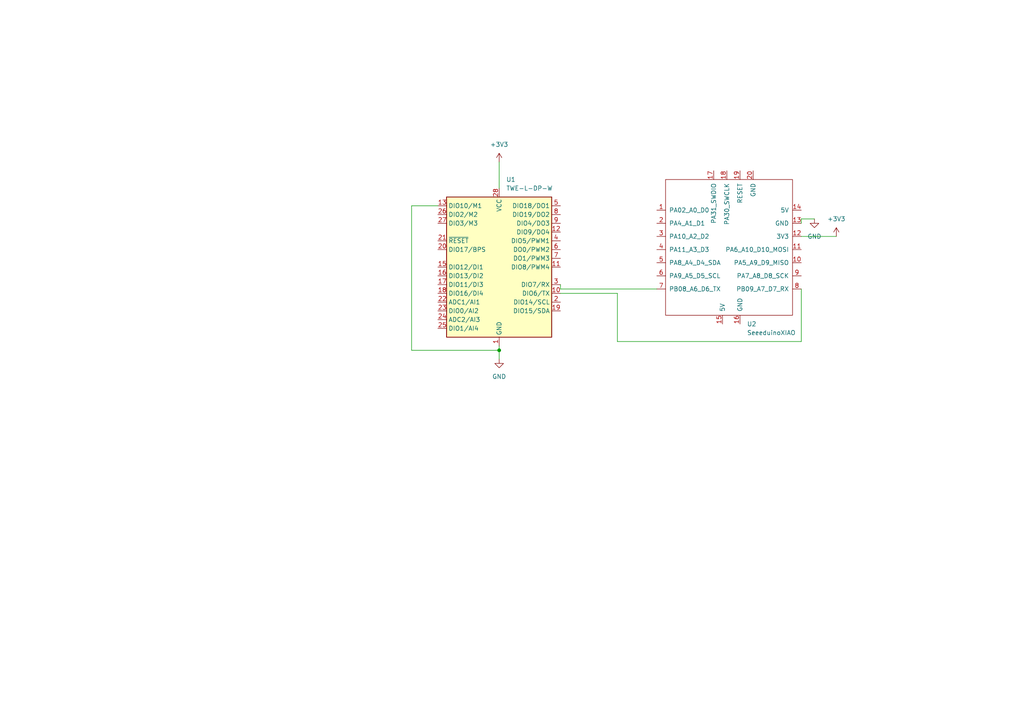
<source format=kicad_sch>
(kicad_sch (version 20211123) (generator eeschema)
  (paper "A4")
  (lib_symbols
    (symbol "RF_ZigBee:TWE-L-DP-W"
      (property "Reference" "U" (at -11.43 21.59 0))
      (property "Value" "TWE-L-DP-W" (at 7.62 21.59 0))
      (symbol "TWE-L-DP-W_1_0"
        (rectangle (start -15.24 -20.32) (end 15.24 20.32) (stroke (width 0.254)) (fill (type background)))
      )
      (symbol "TWE-L-DP-W_1_1"
        (pin power_in line (at 0 -22.86 90) (length 2.54) (name "GND") (number "1"))
        (pin bidirectional line (at 17.78 -7.62 180) (length 2.54) (name "DIO6/TX") (number "10"))
        (pin bidirectional line (at 17.78 0 180) (length 2.54) (name "DIO8/PWM4") (number "11"))
        (pin bidirectional line (at 17.78 10.16 180) (length 2.54) (name "DIO9/DO4") (number "12"))
        (pin bidirectional line (at -17.78 17.78 0) (length 2.54) (name "DIO10/M1") (number "13"))
        (pin passive line (at 0 -22.86 90) (length 2.54) hide (name "GND") (number "14"))
        (pin bidirectional line (at -17.78 0 0) (length 2.54) (name "DIO12/DI1") (number "15"))
        (pin bidirectional line (at -17.78 -2.54 0) (length 2.54) (name "DIO13/DI2") (number "16"))
        (pin bidirectional line (at -17.78 -5.08 0) (length 2.54) (name "DIO11/DI3") (number "17"))
        (pin bidirectional line (at -17.78 -7.62 0) (length 2.54) (name "DIO16/DI4") (number "18"))
        (pin bidirectional line (at 17.78 -12.7 180) (length 2.54) (name "DIO15/SDA") (number "19"))
        (pin bidirectional line (at 17.78 -10.16 180) (length 2.54) (name "DIO14/SCL") (number "2"))
        (pin bidirectional line (at -17.78 5.08 0) (length 2.54) (name "DIO17/BPS") (number "20"))
        (pin input line (at -17.78 7.62 0) (length 2.54) (name "~{RESET}") (number "21"))
        (pin input line (at -17.78 -10.16 0) (length 2.54) (name "ADC1/AI1") (number "22"))
        (pin bidirectional line (at -17.78 -12.7 0) (length 2.54) (name "DIO0/AI2") (number "23"))
        (pin input line (at -17.78 -15.24 0) (length 2.54) (name "ADC2/AI3") (number "24"))
        (pin bidirectional line (at -17.78 -17.78 0) (length 2.54) (name "DIO1/AI4") (number "25"))
        (pin bidirectional line (at -17.78 15.24 0) (length 2.54) (name "DIO2/M2") (number "26"))
        (pin bidirectional line (at -17.78 12.7 0) (length 2.54) (name "DIO3/M3") (number "27"))
        (pin power_in line (at 0 22.86 270) (length 2.54) (name "VCC") (number "28"))
        (pin bidirectional line (at 17.78 -5.08 180) (length 2.54) (name "DIO7/RX") (number "3"))
        (pin bidirectional line (at 17.78 7.62 180) (length 2.54) (name "DIO5/PWM1") (number "4"))
        (pin bidirectional line (at 17.78 17.78 180) (length 2.54) (name "DIO18/DO1") (number "5"))
        (pin output line (at 17.78 5.08 180) (length 2.54) (name "DO0/PWM2") (number "6"))
        (pin bidirectional line (at 17.78 2.54 180) (length 2.54) (name "DO1/PWM3") (number "7"))
        (pin bidirectional line (at 17.78 15.24 180) (length 2.54) (name "DIO19/DO2") (number "8"))
        (pin bidirectional line (at 17.78 12.7 180) (length 2.54) (name "DIO4/DO3") (number "9"))
      )
    )
    (symbol "Seeeduino-XIAO:SeeeduinoXIAO" (pin_names (offset 1.016))
      (property "Reference" "U" (at -19.05 22.86 0))
      (property "Value" "SeeeduinoXIAO" (at -12.7 21.59 0))
      (symbol "SeeeduinoXIAO_0_1"
        (rectangle (start -19.05 20.32) (end 17.78 -19.05))
      )
      (symbol "SeeeduinoXIAO_1_1"
        (pin unspecified line (at -21.59 11.43 0) (length 2.54) (name "PA02_A0_D0") (number "1"))
        (pin unspecified line (at 20.32 -3.81 180) (length 2.54) (name "PA5_A9_D9_MISO") (number "10"))
        (pin unspecified line (at 20.32 0 180) (length 2.54) (name "PA6_A10_D10_MOSI") (number "11"))
        (pin unspecified line (at 20.32 3.81 180) (length 2.54) (name "3V3") (number "12"))
        (pin unspecified line (at 20.32 7.62 180) (length 2.54) (name "GND") (number "13"))
        (pin unspecified line (at 20.32 11.43 180) (length 2.54) (name "5V") (number "14"))
        (pin input line (at -2.54 -21.59 90) (length 2.54) (name "5V") (number "15"))
        (pin input line (at 2.54 -21.59 90) (length 2.54) (name "GND") (number "16"))
        (pin input line (at -5.08 22.86 270) (length 2.54) (name "PA31_SWDIO") (number "17"))
        (pin input line (at -1.27 22.86 270) (length 2.54) (name "PA30_SWCLK") (number "18"))
        (pin input line (at 2.54 22.86 270) (length 2.54) (name "RESET") (number "19"))
        (pin unspecified line (at -21.59 7.62 0) (length 2.54) (name "PA4_A1_D1") (number "2"))
        (pin input line (at 6.35 22.86 270) (length 2.54) (name "GND") (number "20"))
        (pin unspecified line (at -21.59 3.81 0) (length 2.54) (name "PA10_A2_D2") (number "3"))
        (pin unspecified line (at -21.59 0 0) (length 2.54) (name "PA11_A3_D3") (number "4"))
        (pin unspecified line (at -21.59 -3.81 0) (length 2.54) (name "PA8_A4_D4_SDA") (number "5"))
        (pin unspecified line (at -21.59 -7.62 0) (length 2.54) (name "PA9_A5_D5_SCL") (number "6"))
        (pin unspecified line (at -21.59 -11.43 0) (length 2.54) (name "PB08_A6_D6_TX") (number "7"))
        (pin unspecified line (at 20.32 -11.43 180) (length 2.54) (name "PB09_A7_D7_RX") (number "8"))
        (pin unspecified line (at 20.32 -7.62 180) (length 2.54) (name "PA7_A8_D8_SCK") (number "9"))
      )
    )
    (symbol "power:+3V3" (power) (pin_names (offset 0))
      (property "Value" "+3V3" (at 0 3.556 0))
      (symbol "+3V3_0_1"
        (polyline (pts (xy -0.762 1.27) (xy 0 2.54)))
        (polyline (pts (xy 0 0) (xy 0 2.54)))
        (polyline (pts (xy 0 2.54) (xy 0.762 1.27)))
      )
      (symbol "+3V3_1_1"
        (pin power_in line (at 0 0 90) (length 0) hide (name "+3V3") (number "1"))
      )
    )
    (symbol "power:GND" (power) (pin_names (offset 0))
      (property "Value" "GND" (at 0 -3.81 0))
      (symbol "GND_0_1"
        (polyline (pts (xy 0 0) (xy 0 -1.27) (xy 1.27 -1.27) (xy 0 -2.54) (xy -1.27 -1.27) (xy 0 -1.27)))
      )
      (symbol "GND_1_1"
        (pin power_in line (at 0 0 270) (length 0) hide (name "GND") (number "1"))
      )
    )
  )
  (junction (at 144.78 101.6))
  (wire (pts (xy 119.38 59.69) (xy 119.38 101.6)))
  (wire (pts (xy 232.41 68.58) (xy 242.57 68.58)))
  (wire (pts (xy 232.41 99.06) (xy 179.07 99.06)))
  (wire (pts (xy 162.56 83.82) (xy 162.56 82.55)))
  (wire (pts (xy 232.41 63.5) (xy 236.22 63.5)))
  (wire (pts (xy 144.78 100.33) (xy 144.78 101.6)))
  (wire (pts (xy 179.07 85.09) (xy 162.56 85.09)))
  (wire (pts (xy 144.78 101.6) (xy 144.78 104.14)))
  (wire (pts (xy 232.41 83.82) (xy 232.41 99.06)))
  (wire (pts (xy 179.07 99.06) (xy 179.07 85.09)))
  (wire (pts (xy 190.5 83.82) (xy 162.56 83.82)))
  (wire (pts (xy 144.78 46.99) (xy 144.78 54.61)))
  (wire (pts (xy 232.41 64.77) (xy 232.41 63.5)))
  (wire (pts (xy 127 59.69) (xy 119.38 59.69)))
  (wire (pts (xy 119.38 101.6) (xy 144.78 101.6)))
  (symbol (lib_id "RF_ZigBee:TWE-L-DP-W") (at 144.78 77.47 0) (unit 1)
    (property "Reference" "U1" (at 146.7994 52.07 0) (effects (justify left)))
    (property "Value" "TWE-L-DP-W" (at 146.7994 54.61 0) (effects (justify left)))
    (property "Footprint" "Package_DIP:DIP-28_W15.24mm" (effects hide))
    (property "Datasheet" "https://www.mono-wireless.com/jp/products/TWE-Lite-DIP/MW-PDS-TWELITEDIP-JP.pdf" (effects hide))
  )
  (symbol (lib_id "power:+3V3") (at 144.78 46.99 0) (unit 1)
    (property "Reference" "#PWR0102" (effects hide))
    (property "Value" "+3V3" (at 144.78 41.91 0))
  )
  (symbol (lib_id "power:GND") (at 144.78 104.14 0) (unit 1)
    (property "Reference" "#PWR0101" (effects hide))
    (property "Value" "GND" (at 144.78 109.22 0))
  )
  (symbol (lib_id "Seeeduino-XIAO:SeeeduinoXIAO") (at 212.09 72.39 0) (unit 1)
    (property "Reference" "U2" (at 216.6494 93.98 0) (effects (justify left)))
    (property "Value" "SeeeduinoXIAO" (at 216.6494 96.52 0) (effects (justify left)))
    (property "Footprint" "Seeeduino-XIAO:Seeeduino XIAO-MOUDLE14P-2.54-21X17.8MM" (effects hide))
  )
  (symbol (lib_id "power:+3V3") (at 242.57 68.58 0) (unit 1)
    (property "Reference" "#PWR0103" (effects hide))
    (property "Value" "+3V3" (at 242.57 63.5 0))
  )
  (symbol (lib_id "power:GND") (at 236.22 63.5 0) (unit 1)
    (property "Reference" "#PWR0104" (effects hide))
    (property "Value" "GND" (at 236.22 68.58 0))
  )
)
</source>
